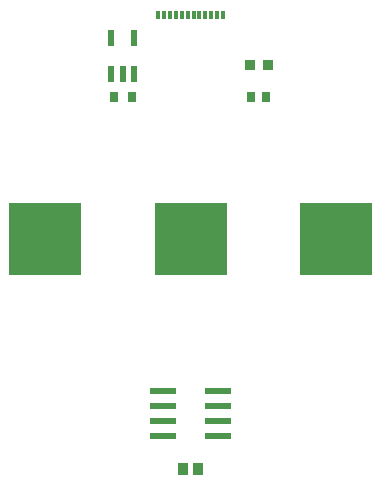
<source format=gbp>
G04 Layer_Color=16770453*
%FSLAX24Y24*%
%MOIN*%
G70*
G01*
G75*
%ADD22R,0.0354X0.0394*%
%ADD23R,0.2400X0.2400*%
%ADD24R,0.0886X0.0197*%
%ADD25R,0.0217X0.0550*%
%ADD26R,0.0295X0.0335*%
%ADD27R,0.0315X0.0354*%
%ADD28R,0.0320X0.0320*%
G04:AMPARAMS|DCode=29|XSize=13.8mil|YSize=27.6mil|CornerRadius=0mil|HoleSize=0mil|Usage=FLASHONLY|Rotation=0.000|XOffset=0mil|YOffset=0mil|HoleType=Round|Shape=Octagon|*
%AMOCTAGOND29*
4,1,8,-0.0034,0.0138,0.0034,0.0138,0.0069,0.0103,0.0069,-0.0103,0.0034,-0.0138,-0.0034,-0.0138,-0.0069,-0.0103,-0.0069,0.0103,-0.0034,0.0138,0.0*
%
%ADD29OCTAGOND29*%

D22*
X28307Y20374D02*
D03*
X27795D02*
D03*
D23*
X23201Y28051D02*
D03*
X28051D02*
D03*
X32901D02*
D03*
D24*
X27136Y21494D02*
D03*
Y21994D02*
D03*
Y22494D02*
D03*
Y22994D02*
D03*
X28967D02*
D03*
Y22494D02*
D03*
Y21994D02*
D03*
Y21494D02*
D03*
D25*
X26161Y34764D02*
D03*
X25413D02*
D03*
Y33543D02*
D03*
X25787D02*
D03*
X26161D02*
D03*
D26*
X25492Y32776D02*
D03*
X26083D02*
D03*
D27*
X30079D02*
D03*
X30551D02*
D03*
D28*
X30015Y33858D02*
D03*
X30615D02*
D03*
D29*
X29134Y35508D02*
D03*
X28937D02*
D03*
X28740D02*
D03*
X28543D02*
D03*
X28346D02*
D03*
X28150D02*
D03*
X27953D02*
D03*
X27756D02*
D03*
X27559D02*
D03*
X27362D02*
D03*
X27165D02*
D03*
X26969D02*
D03*
M02*

</source>
